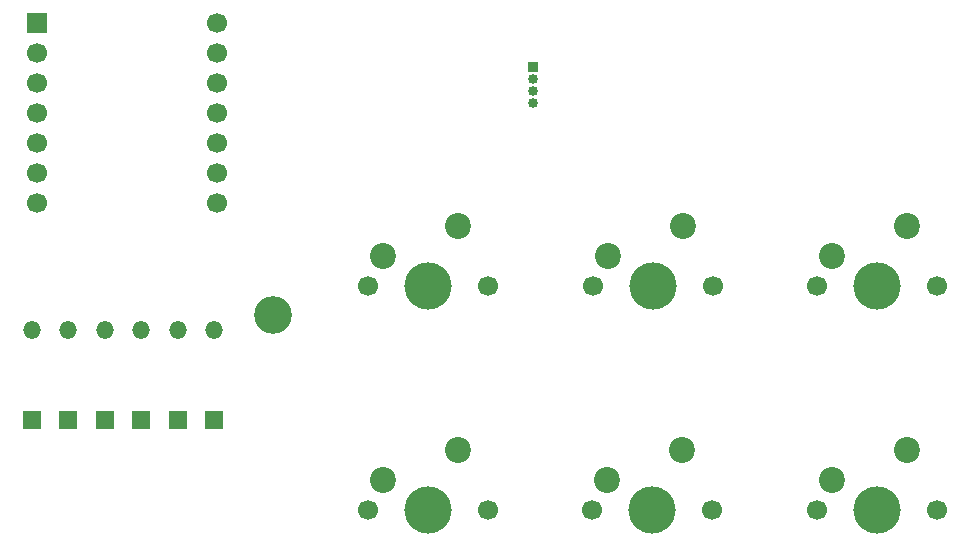
<source format=gbr>
%TF.GenerationSoftware,KiCad,Pcbnew,8.0.4-8.0.4-0~ubuntu22.04.1*%
%TF.CreationDate,2024-10-21T19:34:48-04:00*%
%TF.ProjectId,macropad,6d616372-6f70-4616-942e-6b696361645f,rev?*%
%TF.SameCoordinates,Original*%
%TF.FileFunction,Soldermask,Bot*%
%TF.FilePolarity,Negative*%
%FSLAX46Y46*%
G04 Gerber Fmt 4.6, Leading zero omitted, Abs format (unit mm)*
G04 Created by KiCad (PCBNEW 8.0.4-8.0.4-0~ubuntu22.04.1) date 2024-10-21 19:34:48*
%MOMM*%
%LPD*%
G01*
G04 APERTURE LIST*
%ADD10R,1.500000X1.500000*%
%ADD11O,1.500000X1.500000*%
%ADD12C,1.700000*%
%ADD13C,4.000000*%
%ADD14C,2.200000*%
%ADD15C,3.200000*%
%ADD16R,1.700000X1.700000*%
%ADD17R,0.850000X0.850000*%
%ADD18O,0.850000X0.850000*%
G04 APERTURE END LIST*
D10*
%TO.C,D2*%
X104140000Y-105815000D03*
D11*
X104140000Y-98195000D03*
%TD*%
D12*
%TO.C,SW3*%
X129500000Y-113500000D03*
D13*
X134580000Y-113500000D03*
D12*
X139660000Y-113500000D03*
D14*
X137120000Y-108420000D03*
X130770000Y-110960000D03*
%TD*%
D10*
%TO.C,D5*%
X113410000Y-105815000D03*
D11*
X113410000Y-98195000D03*
%TD*%
D12*
%TO.C,SW7*%
X167500000Y-113500000D03*
D13*
X172580000Y-113500000D03*
D12*
X177660000Y-113500000D03*
D14*
X175120000Y-108420000D03*
X168770000Y-110960000D03*
%TD*%
D10*
%TO.C,D1*%
X101050000Y-105815000D03*
D11*
X101050000Y-98195000D03*
%TD*%
D10*
%TO.C,D6*%
X110320000Y-105815000D03*
D11*
X110320000Y-98195000D03*
%TD*%
D15*
%TO.C,REF\u002A\u002A*%
X121500000Y-97000000D03*
%TD*%
D12*
%TO.C,SW4*%
X148580000Y-94500000D03*
D13*
X153660000Y-94500000D03*
D12*
X158740000Y-94500000D03*
D14*
X156200000Y-89420000D03*
X149850000Y-91960000D03*
%TD*%
D12*
%TO.C,SW6*%
X167500000Y-94500000D03*
D13*
X172580000Y-94500000D03*
D12*
X177660000Y-94500000D03*
D14*
X175120000Y-89420000D03*
X168770000Y-91960000D03*
%TD*%
D12*
%TO.C,SW5*%
X148500000Y-113500000D03*
D13*
X153580000Y-113500000D03*
D12*
X158660000Y-113500000D03*
D14*
X156120000Y-108420000D03*
X149770000Y-110960000D03*
%TD*%
D10*
%TO.C,D3*%
X107230000Y-105815000D03*
D11*
X107230000Y-98195000D03*
%TD*%
D10*
%TO.C,D4*%
X116500000Y-105815000D03*
D11*
X116500000Y-98195000D03*
%TD*%
D12*
%TO.C,SW2*%
X129500000Y-94500000D03*
D13*
X134580000Y-94500000D03*
D12*
X139660000Y-94500000D03*
D14*
X137120000Y-89420000D03*
X130770000Y-91960000D03*
%TD*%
D16*
%TO.C,U1*%
X101500000Y-72260000D03*
D12*
X101500000Y-74800000D03*
X101500000Y-77340000D03*
X101500000Y-79880000D03*
X101500000Y-82420000D03*
X101500000Y-84960000D03*
X101500000Y-87500000D03*
X116750000Y-87500000D03*
X116750000Y-84960000D03*
X116750000Y-82420000D03*
X116750000Y-79880000D03*
X116750000Y-77340000D03*
X116750000Y-74800000D03*
X116750000Y-72260000D03*
%TD*%
D17*
%TO.C,J1*%
X143500000Y-76000000D03*
D18*
X143500000Y-77000000D03*
X143500000Y-78000000D03*
X143500000Y-79000000D03*
%TD*%
M02*

</source>
